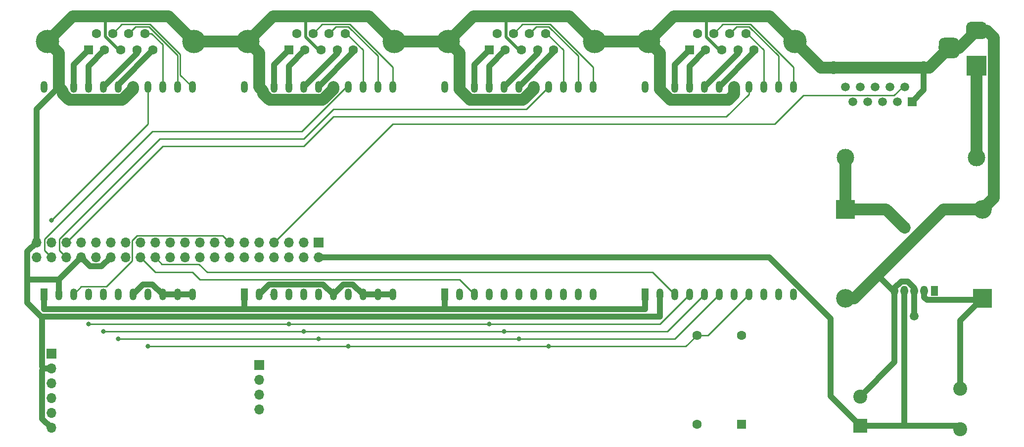
<source format=gbl>
%TF.GenerationSoftware,KiCad,Pcbnew,(5.1.10)-1*%
%TF.CreationDate,2021-05-31T17:59:24+02:00*%
%TF.ProjectId,pimoco,70696d6f-636f-42e6-9b69-6361645f7063,rev?*%
%TF.SameCoordinates,Original*%
%TF.FileFunction,Copper,L2,Bot*%
%TF.FilePolarity,Positive*%
%FSLAX46Y46*%
G04 Gerber Fmt 4.6, Leading zero omitted, Abs format (unit mm)*
G04 Created by KiCad (PCBNEW (5.1.10)-1) date 2021-05-31 17:59:24*
%MOMM*%
%LPD*%
G01*
G04 APERTURE LIST*
%TA.AperFunction,ComponentPad*%
%ADD10O,1.200000X2.000000*%
%TD*%
%TA.AperFunction,ComponentPad*%
%ADD11R,1.200000X2.000000*%
%TD*%
%TA.AperFunction,ComponentPad*%
%ADD12C,1.500000*%
%TD*%
%TA.AperFunction,ComponentPad*%
%ADD13R,1.600000X1.600000*%
%TD*%
%TA.AperFunction,ComponentPad*%
%ADD14C,1.600000*%
%TD*%
%TA.AperFunction,ComponentPad*%
%ADD15R,3.500000X3.500000*%
%TD*%
%TA.AperFunction,ComponentPad*%
%ADD16O,1.700000X1.700000*%
%TD*%
%TA.AperFunction,ComponentPad*%
%ADD17R,1.700000X1.700000*%
%TD*%
%TA.AperFunction,ComponentPad*%
%ADD18R,2.400000X2.400000*%
%TD*%
%TA.AperFunction,ComponentPad*%
%ADD19C,2.400000*%
%TD*%
%TA.AperFunction,ComponentPad*%
%ADD20R,3.200000X3.200000*%
%TD*%
%TA.AperFunction,ComponentPad*%
%ADD21O,3.200000X3.200000*%
%TD*%
%TA.AperFunction,ComponentPad*%
%ADD22C,3.000000*%
%TD*%
%TA.AperFunction,ComponentPad*%
%ADD23R,1.275000X1.800000*%
%TD*%
%TA.AperFunction,ComponentPad*%
%ADD24O,1.275000X1.800000*%
%TD*%
%TA.AperFunction,ComponentPad*%
%ADD25C,4.000000*%
%TD*%
%TA.AperFunction,ComponentPad*%
%ADD26R,1.500000X1.500000*%
%TD*%
%TA.AperFunction,ComponentPad*%
%ADD27C,2.200000*%
%TD*%
%TA.AperFunction,ViaPad*%
%ADD28C,0.800000*%
%TD*%
%TA.AperFunction,Conductor*%
%ADD29C,2.000000*%
%TD*%
%TA.AperFunction,Conductor*%
%ADD30C,1.000000*%
%TD*%
%TA.AperFunction,Conductor*%
%ADD31C,0.500000*%
%TD*%
%TA.AperFunction,Conductor*%
%ADD32C,0.250000*%
%TD*%
G04 APERTURE END LIST*
D10*
%TO.P,U1,11*%
%TO.N,GND*%
X161925000Y-113665000D03*
%TO.P,U1,22*%
%TO.N,Net-(J1-Pad7)*%
X161925000Y-78105000D03*
%TO.P,U1,10*%
%TO.N,GND*%
X159385000Y-113665000D03*
%TO.P,U1,21*%
%TO.N,Net-(J1-Pad8)*%
X159385000Y-78105000D03*
%TO.P,U1,9*%
%TO.N,GND*%
X156845000Y-113665000D03*
%TO.P,U1,20*%
%TO.N,Net-(J1-Pad9)*%
X156845000Y-78105000D03*
%TO.P,U1,8*%
%TO.N,CLK*%
X154305000Y-113665000D03*
%TO.P,U1,19*%
%TO.N,DIAG0_1*%
X154305000Y-78105000D03*
%TO.P,U1,7*%
%TO.N,GND*%
X151765000Y-113665000D03*
%TO.P,U1,18*%
X151765000Y-78105000D03*
%TO.P,U1,6*%
%TO.N,MISO*%
X149225000Y-113665000D03*
%TO.P,U1,17*%
%TO.N,Net-(J1-Pad5)*%
X149225000Y-78105000D03*
%TO.P,U1,5*%
%TO.N,MOSI*%
X146685000Y-113665000D03*
%TO.P,U1,16*%
%TO.N,Net-(J1-Pad4)*%
X146685000Y-78105000D03*
%TO.P,U1,4*%
%TO.N,SCLK*%
X144145000Y-113665000D03*
%TO.P,U1,15*%
%TO.N,Net-(J1-Pad2)*%
X144145000Y-78105000D03*
%TO.P,U1,3*%
%TO.N,CE1*%
X141605000Y-113665000D03*
%TO.P,U1,14*%
%TO.N,Net-(J1-Pad1)*%
X141605000Y-78105000D03*
%TO.P,U1,2*%
%TO.N,GND*%
X139065000Y-113665000D03*
%TO.P,U1,13*%
X139065000Y-78105000D03*
D11*
%TO.P,U1,1*%
%TO.N,+3V3*%
X136525000Y-113665000D03*
D10*
%TO.P,U1,12*%
%TO.N,VCC*%
X136525000Y-78105000D03*
%TD*%
%TO.P,U3,11*%
%TO.N,GND*%
X93345000Y-113665000D03*
%TO.P,U3,22*%
%TO.N,Net-(J3-Pad7)*%
X93345000Y-78105000D03*
%TO.P,U3,10*%
%TO.N,GND*%
X90805000Y-113665000D03*
%TO.P,U3,21*%
%TO.N,Net-(J3-Pad8)*%
X90805000Y-78105000D03*
%TO.P,U3,9*%
%TO.N,GND*%
X88265000Y-113665000D03*
%TO.P,U3,20*%
%TO.N,Net-(J3-Pad9)*%
X88265000Y-78105000D03*
%TO.P,U3,8*%
%TO.N,CLK*%
X85725000Y-113665000D03*
%TO.P,U3,19*%
%TO.N,DIAG0_3*%
X85725000Y-78105000D03*
%TO.P,U3,7*%
%TO.N,GND*%
X83185000Y-113665000D03*
%TO.P,U3,18*%
X83185000Y-78105000D03*
%TO.P,U3,6*%
%TO.N,MISO*%
X80645000Y-113665000D03*
%TO.P,U3,17*%
%TO.N,Net-(J3-Pad5)*%
X80645000Y-78105000D03*
%TO.P,U3,5*%
%TO.N,MOSI*%
X78105000Y-113665000D03*
%TO.P,U3,16*%
%TO.N,Net-(J3-Pad4)*%
X78105000Y-78105000D03*
%TO.P,U3,4*%
%TO.N,SCLK*%
X75565000Y-113665000D03*
%TO.P,U3,15*%
%TO.N,Net-(J3-Pad2)*%
X75565000Y-78105000D03*
%TO.P,U3,3*%
%TO.N,CE3*%
X73025000Y-113665000D03*
%TO.P,U3,14*%
%TO.N,Net-(J3-Pad1)*%
X73025000Y-78105000D03*
%TO.P,U3,2*%
%TO.N,GND*%
X70485000Y-113665000D03*
%TO.P,U3,13*%
X70485000Y-78105000D03*
D11*
%TO.P,U3,1*%
%TO.N,+3V3*%
X67945000Y-113665000D03*
D10*
%TO.P,U3,12*%
%TO.N,VCC*%
X67945000Y-78105000D03*
%TD*%
%TO.P,U2,11*%
%TO.N,GND*%
X127635000Y-113665000D03*
%TO.P,U2,22*%
%TO.N,Net-(J2-Pad7)*%
X127635000Y-78105000D03*
%TO.P,U2,10*%
%TO.N,GND*%
X125095000Y-113665000D03*
%TO.P,U2,21*%
%TO.N,Net-(J2-Pad8)*%
X125095000Y-78105000D03*
%TO.P,U2,9*%
%TO.N,GND*%
X122555000Y-113665000D03*
%TO.P,U2,20*%
%TO.N,Net-(J2-Pad9)*%
X122555000Y-78105000D03*
%TO.P,U2,8*%
%TO.N,CLK*%
X120015000Y-113665000D03*
%TO.P,U2,19*%
%TO.N,DIAG0_2*%
X120015000Y-78105000D03*
%TO.P,U2,7*%
%TO.N,GND*%
X117475000Y-113665000D03*
%TO.P,U2,18*%
X117475000Y-78105000D03*
%TO.P,U2,6*%
%TO.N,MISO*%
X114935000Y-113665000D03*
%TO.P,U2,17*%
%TO.N,Net-(J2-Pad5)*%
X114935000Y-78105000D03*
%TO.P,U2,5*%
%TO.N,MOSI*%
X112395000Y-113665000D03*
%TO.P,U2,16*%
%TO.N,Net-(J2-Pad4)*%
X112395000Y-78105000D03*
%TO.P,U2,4*%
%TO.N,SCLK*%
X109855000Y-113665000D03*
%TO.P,U2,15*%
%TO.N,Net-(J2-Pad2)*%
X109855000Y-78105000D03*
%TO.P,U2,3*%
%TO.N,CE2*%
X107315000Y-113665000D03*
%TO.P,U2,14*%
%TO.N,Net-(J2-Pad1)*%
X107315000Y-78105000D03*
%TO.P,U2,2*%
%TO.N,GND*%
X104775000Y-113665000D03*
%TO.P,U2,13*%
X104775000Y-78105000D03*
D11*
%TO.P,U2,1*%
%TO.N,+3V3*%
X102235000Y-113665000D03*
D10*
%TO.P,U2,12*%
%TO.N,VCC*%
X102235000Y-78105000D03*
%TD*%
%TO.P,U0,11*%
%TO.N,GND*%
X196215000Y-113665000D03*
%TO.P,U0,22*%
%TO.N,Net-(J0-Pad7)*%
X196215000Y-78105000D03*
%TO.P,U0,10*%
%TO.N,GND*%
X193675000Y-113665000D03*
%TO.P,U0,21*%
%TO.N,Net-(J0-Pad8)*%
X193675000Y-78105000D03*
%TO.P,U0,9*%
%TO.N,GND*%
X191135000Y-113665000D03*
%TO.P,U0,20*%
%TO.N,Net-(J0-Pad9)*%
X191135000Y-78105000D03*
%TO.P,U0,8*%
%TO.N,CLK*%
X188595000Y-113665000D03*
%TO.P,U0,19*%
%TO.N,DIAG0_0*%
X188595000Y-78105000D03*
%TO.P,U0,7*%
%TO.N,GND*%
X186055000Y-113665000D03*
%TO.P,U0,18*%
X186055000Y-78105000D03*
%TO.P,U0,6*%
%TO.N,MISO*%
X183515000Y-113665000D03*
%TO.P,U0,17*%
%TO.N,Net-(J0-Pad5)*%
X183515000Y-78105000D03*
%TO.P,U0,5*%
%TO.N,MOSI*%
X180975000Y-113665000D03*
%TO.P,U0,16*%
%TO.N,Net-(J0-Pad4)*%
X180975000Y-78105000D03*
%TO.P,U0,4*%
%TO.N,SCLK*%
X178435000Y-113665000D03*
%TO.P,U0,15*%
%TO.N,Net-(J0-Pad2)*%
X178435000Y-78105000D03*
%TO.P,U0,3*%
%TO.N,CE0*%
X175895000Y-113665000D03*
%TO.P,U0,14*%
%TO.N,Net-(J0-Pad1)*%
X175895000Y-78105000D03*
%TO.P,U0,2*%
%TO.N,GND*%
X173355000Y-113665000D03*
%TO.P,U0,13*%
X173355000Y-78105000D03*
D11*
%TO.P,U0,1*%
%TO.N,+3V3*%
X170815000Y-113665000D03*
D10*
%TO.P,U0,12*%
%TO.N,VCC*%
X170815000Y-78105000D03*
%TD*%
D12*
%TO.P,HS1,1*%
%TO.N,GND*%
X216916000Y-117348000D03*
%TD*%
D13*
%TO.P,X1,1*%
%TO.N,N/C*%
X187325000Y-135890000D03*
D14*
%TO.P,X1,14*%
%TO.N,+3V3*%
X179705000Y-135890000D03*
%TO.P,X1,8*%
%TO.N,CLK*%
X179705000Y-120650000D03*
%TO.P,X1,7*%
%TO.N,GND*%
X187325000Y-120650000D03*
%TD*%
D15*
%TO.P,J5,1*%
%TO.N,Net-(F1-Pad2)*%
X227584000Y-74422000D03*
%TO.P,J5,2*%
%TO.N,GND*%
%TA.AperFunction,ComponentPad*%
G36*
G01*
X226584000Y-66922000D02*
X228584000Y-66922000D01*
G75*
G02*
X229334000Y-67672000I0J-750000D01*
G01*
X229334000Y-69172000D01*
G75*
G02*
X228584000Y-69922000I-750000J0D01*
G01*
X226584000Y-69922000D01*
G75*
G02*
X225834000Y-69172000I0J750000D01*
G01*
X225834000Y-67672000D01*
G75*
G02*
X226584000Y-66922000I750000J0D01*
G01*
G37*
%TD.AperFunction*%
%TO.P,J5,3*%
%TA.AperFunction,ComponentPad*%
G36*
G01*
X222009000Y-69672000D02*
X223759000Y-69672000D01*
G75*
G02*
X224634000Y-70547000I0J-875000D01*
G01*
X224634000Y-72297000D01*
G75*
G02*
X223759000Y-73172000I-875000J0D01*
G01*
X222009000Y-73172000D01*
G75*
G02*
X221134000Y-72297000I0J875000D01*
G01*
X221134000Y-70547000D01*
G75*
G02*
X222009000Y-69672000I875000J0D01*
G01*
G37*
%TD.AperFunction*%
%TD*%
D16*
%TO.P,J6,40*%
%TO.N,DIAG0_3*%
X66675000Y-107315000D03*
%TO.P,J6,39*%
%TO.N,GND*%
X66675000Y-104775000D03*
%TO.P,J6,38*%
%TO.N,DIAG0_2*%
X69215000Y-107315000D03*
%TO.P,J6,37*%
%TO.N,N/C*%
X69215000Y-104775000D03*
%TO.P,J6,36*%
%TO.N,DIAG0_1*%
X71755000Y-107315000D03*
%TO.P,J6,35*%
%TO.N,DIAG0_0*%
X71755000Y-104775000D03*
%TO.P,J6,34*%
%TO.N,GND*%
X74295000Y-107315000D03*
%TO.P,J6,33*%
%TO.N,N/C*%
X74295000Y-104775000D03*
%TO.P,J6,32*%
X76835000Y-107315000D03*
%TO.P,J6,31*%
X76835000Y-104775000D03*
%TO.P,J6,30*%
%TO.N,GND*%
X79375000Y-107315000D03*
%TO.P,J6,29*%
%TO.N,N/C*%
X79375000Y-104775000D03*
%TO.P,J6,28*%
X81915000Y-107315000D03*
%TO.P,J6,27*%
X81915000Y-104775000D03*
%TO.P,J6,26*%
%TO.N,CE1*%
X84455000Y-107315000D03*
%TO.P,J6,25*%
%TO.N,GND*%
X84455000Y-104775000D03*
%TO.P,J6,24*%
%TO.N,CE0*%
X86995000Y-107315000D03*
%TO.P,J6,23*%
%TO.N,SCLK*%
X86995000Y-104775000D03*
%TO.P,J6,22*%
%TO.N,N/C*%
X89535000Y-107315000D03*
%TO.P,J6,21*%
%TO.N,MISO*%
X89535000Y-104775000D03*
%TO.P,J6,20*%
%TO.N,GND*%
X92075000Y-107315000D03*
%TO.P,J6,19*%
%TO.N,MOSI*%
X92075000Y-104775000D03*
%TO.P,J6,18*%
%TO.N,N/C*%
X94615000Y-107315000D03*
%TO.P,J6,17*%
%TO.N,+3V3*%
X94615000Y-104775000D03*
%TO.P,J6,16*%
%TO.N,N/C*%
X97155000Y-107315000D03*
%TO.P,J6,15*%
%TO.N,CE2*%
X97155000Y-104775000D03*
%TO.P,J6,14*%
%TO.N,GND*%
X99695000Y-107315000D03*
%TO.P,J6,13*%
%TO.N,CE3*%
X99695000Y-104775000D03*
%TO.P,J6,12*%
%TO.N,N/C*%
X102235000Y-107315000D03*
%TO.P,J6,11*%
X102235000Y-104775000D03*
%TO.P,J6,10*%
%TO.N,Net-(J6-Pad10)*%
X104775000Y-107315000D03*
%TO.P,J6,9*%
%TO.N,GND*%
X104775000Y-104775000D03*
%TO.P,J6,8*%
%TO.N,Net-(J6-Pad8)*%
X107315000Y-107315000D03*
%TO.P,J6,7*%
%TO.N,Net-(J4-Pad2)*%
X107315000Y-104775000D03*
%TO.P,J6,6*%
%TO.N,GND*%
X109855000Y-107315000D03*
%TO.P,J6,5*%
%TO.N,Net-(J6-Pad5)*%
X109855000Y-104775000D03*
%TO.P,J6,4*%
%TO.N,+5V*%
X112395000Y-107315000D03*
%TO.P,J6,3*%
%TO.N,Net-(J6-Pad3)*%
X112395000Y-104775000D03*
%TO.P,J6,2*%
%TO.N,+5V*%
X114935000Y-107315000D03*
D17*
%TO.P,J6,1*%
%TO.N,+3V3*%
X114935000Y-104775000D03*
%TD*%
D18*
%TO.P,C2,1*%
%TO.N,+5V*%
X207645000Y-136144000D03*
D19*
%TO.P,C2,2*%
%TO.N,GND*%
X207645000Y-131144000D03*
%TD*%
D13*
%TO.P,C1,1*%
%TO.N,VCC*%
X215265000Y-102235000D03*
D14*
%TO.P,C1,2*%
%TO.N,GND*%
X218765000Y-102235000D03*
%TD*%
D20*
%TO.P,D2,1*%
%TO.N,Net-(D2-Pad1)*%
X228600000Y-114300000D03*
D21*
%TO.P,D2,2*%
%TO.N,GND*%
X228600000Y-99060000D03*
%TD*%
D22*
%TO.P,F1,1*%
%TO.N,VCC*%
X205105000Y-90170000D03*
%TO.P,F1,2*%
%TO.N,Net-(F1-Pad2)*%
X227605000Y-90170000D03*
%TD*%
D19*
%TO.P,L1,1*%
%TO.N,Net-(D2-Pad1)*%
X224790000Y-129794000D03*
%TO.P,L1,2*%
%TO.N,+5V*%
X224790000Y-136794000D03*
%TD*%
D23*
%TO.P,U6,1*%
%TO.N,VCC*%
X220345000Y-113030000D03*
D24*
%TO.P,U6,2*%
%TO.N,Net-(D2-Pad1)*%
X218645000Y-113030000D03*
%TO.P,U6,3*%
%TO.N,GND*%
X216945000Y-113030000D03*
%TO.P,U6,4*%
%TO.N,+5V*%
X215245000Y-113030000D03*
%TO.P,U6,5*%
%TO.N,GND*%
X213545000Y-113030000D03*
%TD*%
D13*
%TO.P,J0,1*%
%TO.N,Net-(J0-Pad1)*%
X178435000Y-71755000D03*
D14*
%TO.P,J0,2*%
%TO.N,Net-(J0-Pad2)*%
X181205000Y-71755000D03*
%TO.P,J0,3*%
%TO.N,GND*%
X183975000Y-71755000D03*
%TO.P,J0,4*%
%TO.N,Net-(J0-Pad4)*%
X186745000Y-71755000D03*
%TO.P,J0,5*%
%TO.N,Net-(J0-Pad5)*%
X189515000Y-71755000D03*
%TO.P,J0,6*%
%TO.N,+3V3*%
X179820000Y-68915000D03*
%TO.P,J0,7*%
%TO.N,Net-(J0-Pad7)*%
X182590000Y-68915000D03*
%TO.P,J0,8*%
%TO.N,Net-(J0-Pad8)*%
X185360000Y-68915000D03*
%TO.P,J0,9*%
%TO.N,Net-(J0-Pad9)*%
X188130000Y-68915000D03*
D25*
%TO.P,J0,0*%
%TO.N,GND*%
X196475000Y-70335000D03*
X171475000Y-70335000D03*
%TD*%
%TO.P,J1,0*%
%TO.N,GND*%
X137185000Y-70335000D03*
X162185000Y-70335000D03*
D14*
%TO.P,J1,9*%
%TO.N,Net-(J1-Pad9)*%
X153840000Y-68915000D03*
%TO.P,J1,8*%
%TO.N,Net-(J1-Pad8)*%
X151070000Y-68915000D03*
%TO.P,J1,7*%
%TO.N,Net-(J1-Pad7)*%
X148300000Y-68915000D03*
%TO.P,J1,6*%
%TO.N,+3V3*%
X145530000Y-68915000D03*
%TO.P,J1,5*%
%TO.N,Net-(J1-Pad5)*%
X155225000Y-71755000D03*
%TO.P,J1,4*%
%TO.N,Net-(J1-Pad4)*%
X152455000Y-71755000D03*
%TO.P,J1,3*%
%TO.N,GND*%
X149685000Y-71755000D03*
%TO.P,J1,2*%
%TO.N,Net-(J1-Pad2)*%
X146915000Y-71755000D03*
D13*
%TO.P,J1,1*%
%TO.N,Net-(J1-Pad1)*%
X144145000Y-71755000D03*
%TD*%
D25*
%TO.P,J2,0*%
%TO.N,GND*%
X102895000Y-70335000D03*
X127895000Y-70335000D03*
D14*
%TO.P,J2,9*%
%TO.N,Net-(J2-Pad9)*%
X119550000Y-68915000D03*
%TO.P,J2,8*%
%TO.N,Net-(J2-Pad8)*%
X116780000Y-68915000D03*
%TO.P,J2,7*%
%TO.N,Net-(J2-Pad7)*%
X114010000Y-68915000D03*
%TO.P,J2,6*%
%TO.N,+3V3*%
X111240000Y-68915000D03*
%TO.P,J2,5*%
%TO.N,Net-(J2-Pad5)*%
X120935000Y-71755000D03*
%TO.P,J2,4*%
%TO.N,Net-(J2-Pad4)*%
X118165000Y-71755000D03*
%TO.P,J2,3*%
%TO.N,GND*%
X115395000Y-71755000D03*
%TO.P,J2,2*%
%TO.N,Net-(J2-Pad2)*%
X112625000Y-71755000D03*
D13*
%TO.P,J2,1*%
%TO.N,Net-(J2-Pad1)*%
X109855000Y-71755000D03*
%TD*%
%TO.P,J3,1*%
%TO.N,Net-(J3-Pad1)*%
X75565000Y-71755000D03*
D14*
%TO.P,J3,2*%
%TO.N,Net-(J3-Pad2)*%
X78335000Y-71755000D03*
%TO.P,J3,3*%
%TO.N,GND*%
X81105000Y-71755000D03*
%TO.P,J3,4*%
%TO.N,Net-(J3-Pad4)*%
X83875000Y-71755000D03*
%TO.P,J3,5*%
%TO.N,Net-(J3-Pad5)*%
X86645000Y-71755000D03*
%TO.P,J3,6*%
%TO.N,+3V3*%
X76950000Y-68915000D03*
%TO.P,J3,7*%
%TO.N,Net-(J3-Pad7)*%
X79720000Y-68915000D03*
%TO.P,J3,8*%
%TO.N,Net-(J3-Pad8)*%
X82490000Y-68915000D03*
%TO.P,J3,9*%
%TO.N,Net-(J3-Pad9)*%
X85260000Y-68915000D03*
D25*
%TO.P,J3,0*%
%TO.N,GND*%
X93605000Y-70335000D03*
X68605000Y-70335000D03*
%TD*%
D17*
%TO.P,U5,1*%
%TO.N,GND*%
X104775000Y-125730000D03*
D16*
%TO.P,U5,2*%
%TO.N,Net-(J6-Pad10)*%
X104775000Y-128270000D03*
%TO.P,U5,3*%
%TO.N,Net-(J6-Pad8)*%
X104775000Y-130810000D03*
%TO.P,U5,4*%
%TO.N,+3V3*%
X104775000Y-133350000D03*
%TD*%
D17*
%TO.P,U4,1*%
%TO.N,+3V3*%
X69215000Y-123825000D03*
D16*
%TO.P,U4,2*%
%TO.N,GND*%
X69215000Y-126365000D03*
%TO.P,U4,3*%
%TO.N,Net-(J6-Pad5)*%
X69215000Y-128905000D03*
%TO.P,U4,4*%
%TO.N,Net-(J6-Pad3)*%
X69215000Y-131445000D03*
%TO.P,U4,5*%
%TO.N,+3V3*%
X69215000Y-133985000D03*
%TO.P,U4,6*%
%TO.N,GND*%
X69215000Y-136525000D03*
%TD*%
D20*
%TO.P,D1,1*%
%TO.N,VCC*%
X205105000Y-99060000D03*
D21*
%TO.P,D1,2*%
%TO.N,GND*%
X205105000Y-114300000D03*
%TD*%
D26*
%TO.P,J4,1*%
%TO.N,GND*%
X216535000Y-80645000D03*
D12*
%TO.P,J4,3*%
%TO.N,+3V3*%
X213995000Y-80645000D03*
%TO.P,J4,5*%
%TO.N,N/C*%
X211455000Y-80645000D03*
%TO.P,J4,7*%
X208915000Y-80645000D03*
%TO.P,J4,9*%
X206375000Y-80645000D03*
%TO.P,J4,2*%
%TO.N,Net-(J4-Pad2)*%
X215265000Y-78105000D03*
%TO.P,J4,4*%
%TO.N,N/C*%
X212725000Y-78105000D03*
%TO.P,J4,6*%
X210185000Y-78105000D03*
%TO.P,J4,8*%
X207645000Y-78105000D03*
D27*
%TO.P,J4,SH*%
%TO.N,GND*%
X218565000Y-74805000D03*
X203075000Y-74805000D03*
D12*
%TO.P,J4,10*%
%TO.N,N/C*%
X205105000Y-78105000D03*
%TD*%
D28*
%TO.N,GND*%
X139065000Y-117475000D03*
X104775000Y-117475000D03*
X90805000Y-117475000D03*
X125095000Y-117475000D03*
%TO.N,DIAG0_3*%
X69215000Y-100965000D03*
%TO.N,MOSI*%
X146685000Y-120015000D03*
X112395000Y-120015000D03*
X78105000Y-120015000D03*
%TO.N,MISO*%
X149225000Y-121285000D03*
X114935000Y-121285000D03*
X80645000Y-121285000D03*
%TO.N,SCLK*%
X144145000Y-118745000D03*
X109855000Y-118745000D03*
X75565000Y-118745000D03*
%TO.N,CLK*%
X85725000Y-122555000D03*
X120015000Y-122555000D03*
X154305000Y-122555000D03*
%TD*%
D29*
%TO.N,VCC*%
X212090000Y-99060000D02*
X215265000Y-102235000D01*
X205105000Y-90170000D02*
X205105000Y-99060000D01*
X205105000Y-99060000D02*
X212090000Y-99060000D01*
D30*
%TO.N,GND*%
X216945000Y-112575976D02*
X216945000Y-113030000D01*
X215799014Y-111429990D02*
X216945000Y-112575976D01*
X214690986Y-111429990D02*
X215799014Y-111429990D01*
X213545000Y-112575976D02*
X214690986Y-111429990D01*
X213545000Y-113030000D02*
X213545000Y-112575976D01*
X196475000Y-70745000D02*
X196475000Y-70335000D01*
D29*
X175795021Y-66014979D02*
X171475000Y-70335000D01*
X196475000Y-70335000D02*
X192154979Y-66014979D01*
X171475000Y-70335000D02*
X162185000Y-70335000D01*
X141505021Y-66014979D02*
X137185000Y-70335000D01*
X162185000Y-70335000D02*
X157864979Y-66014979D01*
X137185000Y-70335000D02*
X127895000Y-70335000D01*
X107215021Y-66014979D02*
X102895000Y-70335000D01*
X127895000Y-70335000D02*
X123574979Y-66014979D01*
X102895000Y-70335000D02*
X93605000Y-70335000D01*
X72925021Y-66014979D02*
X68605000Y-70335000D01*
X93605000Y-70335000D02*
X89284979Y-66014979D01*
X70485000Y-72215000D02*
X70485000Y-78105000D01*
X68605000Y-70335000D02*
X70485000Y-72215000D01*
X83185000Y-78510598D02*
X83185000Y-78105000D01*
X72279412Y-80305010D02*
X81390588Y-80305010D01*
X71224990Y-79250588D02*
X72279412Y-80305010D01*
X71224990Y-78844990D02*
X71224990Y-79250588D01*
X81390588Y-80305010D02*
X83185000Y-78510598D01*
X70485000Y-78105000D02*
X71224990Y-78844990D01*
X104775000Y-72215000D02*
X104775000Y-78105000D01*
X102895000Y-70335000D02*
X104775000Y-72215000D01*
X117475000Y-78510598D02*
X117475000Y-78105000D01*
X115680588Y-80305010D02*
X117475000Y-78510598D01*
X106569412Y-80305010D02*
X115680588Y-80305010D01*
X105514990Y-79250588D02*
X106569412Y-80305010D01*
X105514990Y-78844990D02*
X105514990Y-79250588D01*
X104775000Y-78105000D02*
X105514990Y-78844990D01*
X137185000Y-70335000D02*
X139065000Y-72215000D01*
X139065000Y-72215000D02*
X139065000Y-78105000D01*
X151765000Y-78510598D02*
X151765000Y-78105000D01*
X149970588Y-80305010D02*
X151765000Y-78510598D01*
X140859412Y-80305010D02*
X149970588Y-80305010D01*
X139065000Y-78510598D02*
X140859412Y-80305010D01*
X139065000Y-78105000D02*
X139065000Y-78510598D01*
X173355000Y-72215000D02*
X173355000Y-78105000D01*
X171475000Y-70335000D02*
X173355000Y-72215000D01*
X185124990Y-80305010D02*
X186055000Y-79375000D01*
X175149412Y-80305010D02*
X185124990Y-80305010D01*
X186055000Y-79375000D02*
X186055000Y-78105000D01*
X173355000Y-78510598D02*
X175149412Y-80305010D01*
X173355000Y-78105000D02*
X173355000Y-78510598D01*
D30*
X104775000Y-117475000D02*
X125095000Y-117475000D01*
X139065000Y-117475000D02*
X159385000Y-117475000D01*
X90805000Y-117475000D02*
X104775000Y-117475000D01*
X125095000Y-117475000D02*
X139065000Y-117475000D01*
X159385000Y-117475000D02*
X173355000Y-117475000D01*
X125095000Y-113665000D02*
X127635000Y-113665000D01*
X125095000Y-113665000D02*
X122555000Y-113665000D01*
X119175010Y-111964990D02*
X117475000Y-113665000D01*
X120854990Y-111964990D02*
X119175010Y-111964990D01*
X122555000Y-113665000D02*
X120854990Y-111964990D01*
X90805000Y-113665000D02*
X93345000Y-113665000D01*
X90805000Y-113665000D02*
X88265000Y-113665000D01*
X84885010Y-111964990D02*
X83185000Y-113665000D01*
X86564990Y-111964990D02*
X84885010Y-111964990D01*
X88265000Y-113665000D02*
X86564990Y-111964990D01*
X173355000Y-117475000D02*
X173355000Y-113665000D01*
X77824999Y-108865001D02*
X79375000Y-107315000D01*
X75845001Y-108865001D02*
X77824999Y-108865001D01*
X74295000Y-107315000D02*
X75845001Y-108865001D01*
X66675000Y-81915000D02*
X70485000Y-78105000D01*
X66675000Y-104775000D02*
X66675000Y-81915000D01*
X70485000Y-111125000D02*
X74295000Y-107315000D01*
X70485000Y-113665000D02*
X70485000Y-111125000D01*
D31*
X181339999Y-69515001D02*
X181339999Y-66310001D01*
X183975000Y-71755000D02*
X183579998Y-71755000D01*
D29*
X181635021Y-66014979D02*
X175795021Y-66014979D01*
D31*
X181339999Y-66310001D02*
X181635021Y-66014979D01*
X183579998Y-71755000D02*
X181339999Y-69515001D01*
D29*
X192154979Y-66014979D02*
X181635021Y-66014979D01*
D31*
X147049999Y-66259959D02*
X147294979Y-66014979D01*
X147049999Y-69515001D02*
X147049999Y-66259959D01*
X149289998Y-71755000D02*
X147049999Y-69515001D01*
X149685000Y-71755000D02*
X149289998Y-71755000D01*
D29*
X147294979Y-66014979D02*
X141505021Y-66014979D01*
X157864979Y-66014979D02*
X147294979Y-66014979D01*
D31*
X112759999Y-69515001D02*
X112759999Y-66310001D01*
X114999998Y-71755000D02*
X112759999Y-69515001D01*
X115395000Y-71755000D02*
X114999998Y-71755000D01*
D29*
X113055021Y-66014979D02*
X107215021Y-66014979D01*
D31*
X112759999Y-66310001D02*
X113055021Y-66014979D01*
D29*
X123574979Y-66014979D02*
X113055021Y-66014979D01*
D31*
X78200001Y-66579999D02*
X78765021Y-66014979D01*
D29*
X78765021Y-66014979D02*
X72925021Y-66014979D01*
X89284979Y-66014979D02*
X78765021Y-66014979D01*
D31*
X81105000Y-71755000D02*
X80740001Y-71755000D01*
X78469999Y-66310001D02*
X78765021Y-66014979D01*
X78469999Y-69484998D02*
X78469999Y-66310001D01*
X80740001Y-71755000D02*
X78469999Y-69484998D01*
D30*
X65124999Y-115082069D02*
X67517930Y-117475000D01*
X66675000Y-104775000D02*
X65124999Y-106325001D01*
X65405000Y-111125000D02*
X65124999Y-110844999D01*
X70485000Y-111125000D02*
X65405000Y-111125000D01*
X65124999Y-110844999D02*
X65124999Y-115082069D01*
X65124999Y-106325001D02*
X65124999Y-110844999D01*
X106475010Y-111964990D02*
X104775000Y-113665000D01*
X115774990Y-111964990D02*
X106475010Y-111964990D01*
X117475000Y-113665000D02*
X115774990Y-111964990D01*
X71120000Y-117475000D02*
X90805000Y-117475000D01*
X70485000Y-117475000D02*
X71120000Y-117475000D01*
X67664999Y-134974999D02*
X69215000Y-136525000D01*
X67664999Y-126712920D02*
X67664999Y-134974999D01*
X68012919Y-126365000D02*
X67664999Y-126712920D01*
X67664999Y-117755001D02*
X67945000Y-117475000D01*
X67664999Y-126017080D02*
X67664999Y-117755001D01*
X68012919Y-126365000D02*
X67664999Y-126017080D01*
X69215000Y-126365000D02*
X68012919Y-126365000D01*
X67945000Y-117475000D02*
X70485000Y-117475000D01*
X67517930Y-117475000D02*
X67945000Y-117475000D01*
D31*
X216903848Y-80645000D02*
X216535000Y-80645000D01*
D29*
X228600000Y-99060000D02*
X230305001Y-97354999D01*
X221940000Y-99060000D02*
X218765000Y-102235000D01*
X228600000Y-99060000D02*
X221940000Y-99060000D01*
D30*
X218765000Y-102235000D02*
X216945000Y-104055000D01*
D29*
X205105000Y-114300000D02*
X206700000Y-114300000D01*
D30*
X213360000Y-113030000D02*
X210665000Y-110335000D01*
X213545000Y-113030000D02*
X213360000Y-113030000D01*
D29*
X210665000Y-110335000D02*
X218765000Y-102235000D01*
X206700000Y-114300000D02*
X210665000Y-110335000D01*
X222630000Y-71295000D02*
X222075000Y-71295000D01*
X203075000Y-74805000D02*
X218565000Y-74805000D01*
D30*
X218565000Y-78615000D02*
X218565000Y-74805000D01*
X216535000Y-80645000D02*
X218565000Y-78615000D01*
D29*
X200945000Y-74805000D02*
X196475000Y-70335000D01*
X203075000Y-74805000D02*
X200945000Y-74805000D01*
D30*
X216945000Y-117319000D02*
X216916000Y-117348000D01*
X216945000Y-113030000D02*
X216945000Y-117319000D01*
X213545000Y-125244000D02*
X207645000Y-131144000D01*
X213545000Y-113030000D02*
X213545000Y-125244000D01*
D29*
X219501000Y-74805000D02*
X222884000Y-71422000D01*
X218565000Y-74805000D02*
X219501000Y-74805000D01*
X224584000Y-71422000D02*
X227584000Y-68422000D01*
X222884000Y-71422000D02*
X224584000Y-71422000D01*
X230534001Y-69622001D02*
X230534001Y-97125999D01*
X230534001Y-97125999D02*
X230305001Y-97354999D01*
X229334000Y-68422000D02*
X230534001Y-69622001D01*
X227584000Y-68422000D02*
X229334000Y-68422000D01*
D30*
%TO.N,+5V*%
X208295000Y-136794000D02*
X207645000Y-136144000D01*
X224140000Y-136144000D02*
X224790000Y-136794000D01*
X207645000Y-136144000D02*
X214630000Y-136144000D01*
X215265000Y-136144000D02*
X224140000Y-136144000D01*
X214630000Y-136144000D02*
X215265000Y-136144000D01*
X202565000Y-131064000D02*
X207645000Y-136144000D01*
X202565000Y-117776509D02*
X202565000Y-131064000D01*
X192103491Y-107315000D02*
X202565000Y-117776509D01*
X114935000Y-107315000D02*
X192103491Y-107315000D01*
X215245000Y-136124000D02*
X215265000Y-136144000D01*
X215245000Y-113030000D02*
X215245000Y-136124000D01*
%TO.N,Net-(D2-Pad1)*%
X218645000Y-113484024D02*
X218645000Y-113030000D01*
D31*
X228519999Y-114380001D02*
X228600000Y-114300000D01*
X218645000Y-113030000D02*
X218645000Y-113677502D01*
D30*
X228269999Y-114630001D02*
X228600000Y-114300000D01*
X219147499Y-114630001D02*
X228269999Y-114630001D01*
X218645000Y-114127502D02*
X219147499Y-114630001D01*
X218645000Y-113030000D02*
X218645000Y-114127502D01*
X224790000Y-118110000D02*
X228600000Y-114300000D01*
X224790000Y-129794000D02*
X224790000Y-120904000D01*
X224790000Y-118110000D02*
X224790000Y-120904000D01*
D29*
%TO.N,Net-(F1-Pad2)*%
X227330000Y-89895000D02*
X227605000Y-90170000D01*
X227584000Y-90149000D02*
X227605000Y-90170000D01*
X227584000Y-74422000D02*
X227584000Y-90149000D01*
D30*
%TO.N,Net-(J0-Pad1)*%
X175895000Y-74295000D02*
X178435000Y-71755000D01*
X175895000Y-78105000D02*
X175895000Y-74295000D01*
%TO.N,Net-(J0-Pad2)*%
X178435000Y-74525000D02*
X181205000Y-71755000D01*
X178435000Y-78105000D02*
X178435000Y-74525000D01*
%TO.N,Net-(J0-Pad4)*%
X186745000Y-72335000D02*
X180975000Y-78105000D01*
X186745000Y-71755000D02*
X186745000Y-72335000D01*
%TO.N,Net-(J0-Pad5)*%
X189515000Y-72105000D02*
X183515000Y-78105000D01*
X189515000Y-71755000D02*
X189515000Y-72105000D01*
D32*
%TO.N,Net-(J0-Pad7)*%
X196475000Y-77845000D02*
X196215000Y-78105000D01*
X184165011Y-67339989D02*
X182590000Y-68915000D01*
X188856401Y-67339989D02*
X184165011Y-67339989D01*
X196215000Y-74698588D02*
X188856401Y-67339989D01*
X196215000Y-78105000D02*
X196215000Y-74698588D01*
%TO.N,Net-(J0-Pad8)*%
X186485001Y-67789999D02*
X185360000Y-68915000D01*
X188670001Y-67789999D02*
X186485001Y-67789999D01*
X193675000Y-72794998D02*
X188670001Y-67789999D01*
X193675000Y-78105000D02*
X193675000Y-72794998D01*
%TO.N,Net-(J0-Pad9)*%
X188340002Y-68915000D02*
X188130000Y-68915000D01*
X191135000Y-71709998D02*
X188340002Y-68915000D01*
X191135000Y-78105000D02*
X191135000Y-71709998D01*
%TO.N,Net-(J1-Pad9)*%
X154050002Y-68915000D02*
X153840000Y-68915000D01*
X156845000Y-71709998D02*
X154050002Y-68915000D01*
X156845000Y-78105000D02*
X156845000Y-71709998D01*
%TO.N,Net-(J1-Pad8)*%
X152195001Y-67789999D02*
X151070000Y-68915000D01*
X154380001Y-67789999D02*
X152195001Y-67789999D01*
X159385000Y-72794998D02*
X154380001Y-67789999D01*
X159385000Y-78105000D02*
X159385000Y-72794998D01*
%TO.N,Net-(J1-Pad7)*%
X162185000Y-77845000D02*
X161925000Y-78105000D01*
X149875011Y-67339989D02*
X148300000Y-68915000D01*
X154566401Y-67339989D02*
X149875011Y-67339989D01*
X161925000Y-74698588D02*
X154566401Y-67339989D01*
X161925000Y-78105000D02*
X161925000Y-74698588D01*
D30*
%TO.N,Net-(J1-Pad5)*%
X155225000Y-72105000D02*
X149225000Y-78105000D01*
X155225000Y-71755000D02*
X155225000Y-72105000D01*
%TO.N,Net-(J1-Pad4)*%
X152455000Y-72335000D02*
X146685000Y-78105000D01*
X152455000Y-71755000D02*
X152455000Y-72335000D01*
%TO.N,Net-(J1-Pad2)*%
X144145000Y-74525000D02*
X146915000Y-71755000D01*
X144145000Y-78105000D02*
X144145000Y-74525000D01*
%TO.N,Net-(J1-Pad1)*%
X141605000Y-74295000D02*
X144145000Y-71755000D01*
X141605000Y-78105000D02*
X141605000Y-74295000D01*
%TO.N,Net-(J2-Pad1)*%
X107315000Y-74295000D02*
X109855000Y-71755000D01*
X107315000Y-78105000D02*
X107315000Y-74295000D01*
%TO.N,Net-(J2-Pad2)*%
X109855000Y-74525000D02*
X112625000Y-71755000D01*
X109855000Y-78105000D02*
X109855000Y-74525000D01*
%TO.N,Net-(J2-Pad4)*%
X118165000Y-72335000D02*
X112395000Y-78105000D01*
X118165000Y-71755000D02*
X118165000Y-72335000D01*
%TO.N,Net-(J2-Pad5)*%
X120935000Y-72105000D02*
X114935000Y-78105000D01*
X120935000Y-71755000D02*
X120935000Y-72105000D01*
D32*
%TO.N,Net-(J2-Pad7)*%
X127895000Y-77845000D02*
X127635000Y-78105000D01*
X115585011Y-67339989D02*
X114010000Y-68915000D01*
X120276401Y-67339989D02*
X115585011Y-67339989D01*
X127635000Y-74698588D02*
X120276401Y-67339989D01*
X127635000Y-78105000D02*
X127635000Y-74698588D01*
%TO.N,Net-(J2-Pad8)*%
X117905001Y-67789999D02*
X116780000Y-68915000D01*
X120090001Y-67789999D02*
X117905001Y-67789999D01*
X125095000Y-72794998D02*
X120090001Y-67789999D01*
X125095000Y-78105000D02*
X125095000Y-72794998D01*
%TO.N,Net-(J2-Pad9)*%
X119760002Y-68915000D02*
X119550000Y-68915000D01*
X122555000Y-71709998D02*
X119760002Y-68915000D01*
X122555000Y-78105000D02*
X122555000Y-71709998D01*
%TO.N,Net-(J3-Pad9)*%
X86391370Y-68915000D02*
X85260000Y-68915000D01*
X88265000Y-70788630D02*
X86391370Y-68915000D01*
X88265000Y-78105000D02*
X88265000Y-70788630D01*
%TO.N,Net-(J3-Pad8)*%
X85902779Y-67789999D02*
X83615001Y-67789999D01*
X83615001Y-67789999D02*
X82490000Y-68915000D01*
X90805000Y-72692220D02*
X85902779Y-67789999D01*
X90805000Y-78105000D02*
X90805000Y-72692220D01*
%TO.N,Net-(J3-Pad7)*%
X93605000Y-77845000D02*
X93345000Y-78105000D01*
X81295011Y-67339989D02*
X79720000Y-68915000D01*
X86089179Y-67339989D02*
X81295011Y-67339989D01*
X91279999Y-72530809D02*
X86089179Y-67339989D01*
X91279999Y-76039999D02*
X91279999Y-72530809D01*
X93345000Y-78105000D02*
X91279999Y-76039999D01*
D30*
%TO.N,Net-(J3-Pad5)*%
X80645000Y-77755000D02*
X86645000Y-71755000D01*
X80645000Y-78105000D02*
X80645000Y-77755000D01*
%TO.N,Net-(J3-Pad4)*%
X83875000Y-72335000D02*
X78105000Y-78105000D01*
X83875000Y-71755000D02*
X83875000Y-72335000D01*
%TO.N,Net-(J3-Pad2)*%
X75565000Y-74525000D02*
X78335000Y-71755000D01*
X75565000Y-78105000D02*
X75565000Y-74525000D01*
%TO.N,Net-(J3-Pad1)*%
X73025000Y-74295000D02*
X75565000Y-71755000D01*
X73025000Y-78105000D02*
X73025000Y-74295000D01*
%TO.N,+3V3*%
X67945000Y-113665000D02*
X67945000Y-116205000D01*
X102235000Y-116205000D02*
X102235000Y-113665000D01*
X67945000Y-116205000D02*
X102235000Y-116205000D01*
X136525000Y-116205000D02*
X136525000Y-113665000D01*
X136525000Y-116205000D02*
X170815000Y-116205000D01*
X102235000Y-116205000D02*
X136525000Y-116205000D01*
X170815000Y-116205000D02*
X170815000Y-113665000D01*
D32*
%TO.N,DIAG0_3*%
X85725000Y-78105000D02*
X85725000Y-84455000D01*
X85725000Y-84455000D02*
X69215000Y-100965000D01*
%TO.N,CE2*%
X107315000Y-113665000D02*
X106656000Y-113665000D01*
%TO.N,CE3*%
X78629012Y-112339990D02*
X74350010Y-112339990D01*
X74350010Y-112339990D02*
X73025000Y-113665000D01*
X83090001Y-107879001D02*
X78629012Y-112339990D01*
X83090001Y-104400997D02*
X83090001Y-107879001D01*
X83890999Y-103599999D02*
X83090001Y-104400997D01*
X98519999Y-103599999D02*
X83890999Y-103599999D01*
X99695000Y-104775000D02*
X98519999Y-103599999D01*
%TO.N,DIAG0_0*%
X72555998Y-104775000D02*
X71755000Y-104775000D01*
X188595000Y-79355000D02*
X188595000Y-78105000D01*
X184765000Y-83185000D02*
X188595000Y-79355000D01*
X117475000Y-83185000D02*
X184765000Y-83185000D01*
X112395000Y-88265000D02*
X117475000Y-83185000D01*
X88265000Y-88265000D02*
X112395000Y-88265000D01*
X71755000Y-104775000D02*
X88265000Y-88265000D01*
%TO.N,MOSI*%
X78105000Y-120015000D02*
X112395000Y-120015000D01*
X112395000Y-120015000D02*
X146685000Y-120015000D01*
X174625000Y-120015000D02*
X180975000Y-113665000D01*
X171450000Y-120015000D02*
X174625000Y-120015000D01*
X146685000Y-120015000D02*
X171450000Y-120015000D01*
X171450000Y-120015000D02*
X171689998Y-120015000D01*
%TO.N,MISO*%
X80645000Y-121285000D02*
X114935000Y-121285000D01*
X114935000Y-121285000D02*
X149225000Y-121285000D01*
X175895000Y-121285000D02*
X183515000Y-113665000D01*
X149225000Y-121285000D02*
X175895000Y-121285000D01*
%TO.N,DIAG0_1*%
X150495000Y-81915000D02*
X154305000Y-78105000D01*
X117475000Y-81915000D02*
X150495000Y-81915000D01*
X112395000Y-86995000D02*
X117475000Y-81915000D01*
X87795998Y-86995000D02*
X112395000Y-86995000D01*
X70579999Y-104210999D02*
X87795998Y-86995000D01*
X70579999Y-106139999D02*
X70579999Y-104210999D01*
X71755000Y-107315000D02*
X70579999Y-106139999D01*
%TO.N,SCLK*%
X75565000Y-118745000D02*
X109855000Y-118745000D01*
X109855000Y-118745000D02*
X144145000Y-118745000D01*
X173355000Y-118745000D02*
X178435000Y-113665000D01*
X144145000Y-118745000D02*
X173355000Y-118745000D01*
%TO.N,CE0*%
X172085000Y-109855000D02*
X175895000Y-113665000D01*
X95885000Y-109855000D02*
X172085000Y-109855000D01*
X88170001Y-108490001D02*
X94520001Y-108490001D01*
X94520001Y-108490001D02*
X95885000Y-109855000D01*
X86995000Y-107315000D02*
X88170001Y-108490001D01*
%TO.N,CE1*%
X139079980Y-111139980D02*
X141605000Y-113665000D01*
X94629980Y-111139980D02*
X139079980Y-111139980D01*
X93345000Y-109855000D02*
X94629980Y-111139980D01*
X86995000Y-109855000D02*
X93345000Y-109855000D01*
X84455000Y-107315000D02*
X86995000Y-109855000D01*
%TO.N,DIAG0_2*%
X119754444Y-78105000D02*
X120015000Y-78105000D01*
X86525998Y-85725000D02*
X112134444Y-85725000D01*
X112134444Y-85725000D02*
X119754444Y-78105000D01*
X68039999Y-104210999D02*
X86525998Y-85725000D01*
X68039999Y-106139999D02*
X68039999Y-104210999D01*
X69215000Y-107315000D02*
X68039999Y-106139999D01*
%TO.N,CLK*%
X85725000Y-122555000D02*
X120015000Y-122555000D01*
X120015000Y-122555000D02*
X154305000Y-122555000D01*
X177800000Y-122555000D02*
X179705000Y-120650000D01*
X154305000Y-122555000D02*
X177800000Y-122555000D01*
X181610000Y-120650000D02*
X188595000Y-113665000D01*
X179705000Y-120650000D02*
X181610000Y-120650000D01*
%TO.N,Net-(J4-Pad2)*%
X193040000Y-84455000D02*
X127635000Y-84455000D01*
X197925001Y-79569999D02*
X193040000Y-84455000D01*
X127635000Y-84455000D02*
X107315000Y-104775000D01*
X213478999Y-79569999D02*
X197925001Y-79569999D01*
X214943998Y-78105000D02*
X213478999Y-79569999D01*
X215265000Y-78105000D02*
X214943998Y-78105000D01*
%TD*%
M02*

</source>
